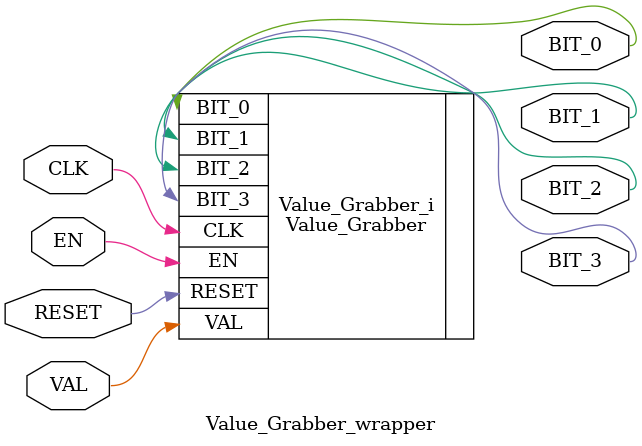
<source format=v>
`timescale 1 ps / 1 ps

module Value_Grabber_wrapper
   (BIT_0,
    BIT_1,
    BIT_2,
    BIT_3,
    CLK,
    EN,
    RESET,
    VAL);
  output BIT_0;
  output BIT_1;
  output BIT_2;
  output BIT_3;
  input CLK;
  input EN;
  input RESET;
  input VAL;

  wire BIT_0;
  wire BIT_1;
  wire BIT_2;
  wire BIT_3;
  wire CLK;
  wire EN;
  wire RESET;
  wire VAL;

  Value_Grabber Value_Grabber_i
       (.BIT_0(BIT_0),
        .BIT_1(BIT_1),
        .BIT_2(BIT_2),
        .BIT_3(BIT_3),
        .CLK(CLK),
        .EN(EN),
        .RESET(RESET),
        .VAL(VAL));
endmodule

</source>
